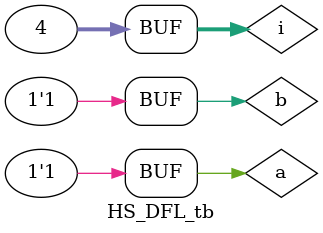
<source format=v>
module HS_DFL(B,D,a,b);
    input a,b;
    output B,D;

    assign D = a ^ b;
    assign B = (~a) & b;
    
endmodule

module HS_DFL_tb;
    reg a,b;
    wire B,D;
    integer i;

    HS_DFL inst(B,D,a,b);
    
    initial begin
        $monitor("A=%0b|B=%0b|Borrow=%0b|Diff=%0b", a,b,B,D);
        for(i=0;i<4;i=i+1) begin
            {a,b} = i;
            #10;
        end
    end
endmodule

</source>
